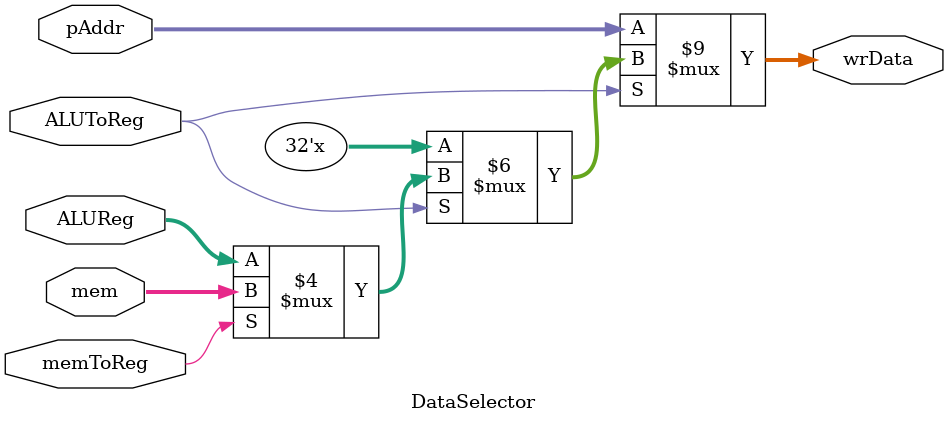
<source format=v>
module DataSelector(
    input memToReg,
    input ALUToReg,
    input [31:0]ALUReg,
    input [31:0]mem,
    input [31:0]pAddr,
    output reg [31:0]wrData
 );
    always @* begin
        if (ALUToReg) begin
            if (memToReg) begin
                wrData = mem; // ALUToReg 为 1 且 memToReg 为 1 则数据来自于内存
            end
            else begin
                wrData = ALUReg;  // ALUToReg 为 1 且 memToReg 为 0 则数据来自于 ALU 运算结果
            end
        end
        else begin
            wrData = pAddr; // ALUToReg 为 0 且 memToReg 为 0 则数据来自于 pAddr
        end   
    end
endmodule


</source>
